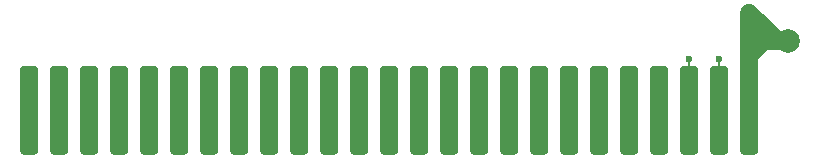
<source format=gbl>
G04 #@! TF.GenerationSoftware,KiCad,Pcbnew,(5.1.2-1)-1*
G04 #@! TF.CreationDate,2019-07-21T10:06:24-04:00*
G04 #@! TF.ProjectId,BUSJUMP,4255534a-554d-4502-9e6b-696361645f70,rev?*
G04 #@! TF.SameCoordinates,Original*
G04 #@! TF.FileFunction,Copper,L2,Bot*
G04 #@! TF.FilePolarity,Positive*
%FSLAX46Y46*%
G04 Gerber Fmt 4.6, Leading zero omitted, Abs format (unit mm)*
G04 Created by KiCad (PCBNEW (5.1.2-1)-1) date 2019-07-21 10:06:24*
%MOMM*%
%LPD*%
G04 APERTURE LIST*
%ADD10C,0.100000*%
%ADD11C,1.524000*%
%ADD12C,2.000000*%
%ADD13C,0.800000*%
%ADD14C,0.600000*%
%ADD15C,1.524000*%
%ADD16C,0.152400*%
G04 APERTURE END LIST*
D10*
G36*
X112178345Y-131613835D02*
G01*
X112215329Y-131619321D01*
X112251598Y-131628406D01*
X112286802Y-131641002D01*
X112320602Y-131656988D01*
X112352672Y-131676210D01*
X112382704Y-131698483D01*
X112410408Y-131723592D01*
X112435517Y-131751296D01*
X112457790Y-131781328D01*
X112477012Y-131813398D01*
X112492998Y-131847198D01*
X112505594Y-131882402D01*
X112514679Y-131918671D01*
X112520165Y-131955655D01*
X112522000Y-131993000D01*
X112522000Y-138771000D01*
X112520165Y-138808345D01*
X112514679Y-138845329D01*
X112505594Y-138881598D01*
X112492998Y-138916802D01*
X112477012Y-138950602D01*
X112457790Y-138982672D01*
X112435517Y-139012704D01*
X112410408Y-139040408D01*
X112382704Y-139065517D01*
X112352672Y-139087790D01*
X112320602Y-139107012D01*
X112286802Y-139122998D01*
X112251598Y-139135594D01*
X112215329Y-139144679D01*
X112178345Y-139150165D01*
X112141000Y-139152000D01*
X111379000Y-139152000D01*
X111341655Y-139150165D01*
X111304671Y-139144679D01*
X111268402Y-139135594D01*
X111233198Y-139122998D01*
X111199398Y-139107012D01*
X111167328Y-139087790D01*
X111137296Y-139065517D01*
X111109592Y-139040408D01*
X111084483Y-139012704D01*
X111062210Y-138982672D01*
X111042988Y-138950602D01*
X111027002Y-138916802D01*
X111014406Y-138881598D01*
X111005321Y-138845329D01*
X110999835Y-138808345D01*
X110998000Y-138771000D01*
X110998000Y-131993000D01*
X110999835Y-131955655D01*
X111005321Y-131918671D01*
X111014406Y-131882402D01*
X111027002Y-131847198D01*
X111042988Y-131813398D01*
X111062210Y-131781328D01*
X111084483Y-131751296D01*
X111109592Y-131723592D01*
X111137296Y-131698483D01*
X111167328Y-131676210D01*
X111199398Y-131656988D01*
X111233198Y-131641002D01*
X111268402Y-131628406D01*
X111304671Y-131619321D01*
X111341655Y-131613835D01*
X111379000Y-131612000D01*
X112141000Y-131612000D01*
X112178345Y-131613835D01*
X112178345Y-131613835D01*
G37*
D11*
X111760000Y-135382000D03*
D10*
G36*
X109638345Y-131613835D02*
G01*
X109675329Y-131619321D01*
X109711598Y-131628406D01*
X109746802Y-131641002D01*
X109780602Y-131656988D01*
X109812672Y-131676210D01*
X109842704Y-131698483D01*
X109870408Y-131723592D01*
X109895517Y-131751296D01*
X109917790Y-131781328D01*
X109937012Y-131813398D01*
X109952998Y-131847198D01*
X109965594Y-131882402D01*
X109974679Y-131918671D01*
X109980165Y-131955655D01*
X109982000Y-131993000D01*
X109982000Y-138771000D01*
X109980165Y-138808345D01*
X109974679Y-138845329D01*
X109965594Y-138881598D01*
X109952998Y-138916802D01*
X109937012Y-138950602D01*
X109917790Y-138982672D01*
X109895517Y-139012704D01*
X109870408Y-139040408D01*
X109842704Y-139065517D01*
X109812672Y-139087790D01*
X109780602Y-139107012D01*
X109746802Y-139122998D01*
X109711598Y-139135594D01*
X109675329Y-139144679D01*
X109638345Y-139150165D01*
X109601000Y-139152000D01*
X108839000Y-139152000D01*
X108801655Y-139150165D01*
X108764671Y-139144679D01*
X108728402Y-139135594D01*
X108693198Y-139122998D01*
X108659398Y-139107012D01*
X108627328Y-139087790D01*
X108597296Y-139065517D01*
X108569592Y-139040408D01*
X108544483Y-139012704D01*
X108522210Y-138982672D01*
X108502988Y-138950602D01*
X108487002Y-138916802D01*
X108474406Y-138881598D01*
X108465321Y-138845329D01*
X108459835Y-138808345D01*
X108458000Y-138771000D01*
X108458000Y-131993000D01*
X108459835Y-131955655D01*
X108465321Y-131918671D01*
X108474406Y-131882402D01*
X108487002Y-131847198D01*
X108502988Y-131813398D01*
X108522210Y-131781328D01*
X108544483Y-131751296D01*
X108569592Y-131723592D01*
X108597296Y-131698483D01*
X108627328Y-131676210D01*
X108659398Y-131656988D01*
X108693198Y-131641002D01*
X108728402Y-131628406D01*
X108764671Y-131619321D01*
X108801655Y-131613835D01*
X108839000Y-131612000D01*
X109601000Y-131612000D01*
X109638345Y-131613835D01*
X109638345Y-131613835D01*
G37*
D11*
X109220000Y-135382000D03*
D10*
G36*
X107098345Y-131613835D02*
G01*
X107135329Y-131619321D01*
X107171598Y-131628406D01*
X107206802Y-131641002D01*
X107240602Y-131656988D01*
X107272672Y-131676210D01*
X107302704Y-131698483D01*
X107330408Y-131723592D01*
X107355517Y-131751296D01*
X107377790Y-131781328D01*
X107397012Y-131813398D01*
X107412998Y-131847198D01*
X107425594Y-131882402D01*
X107434679Y-131918671D01*
X107440165Y-131955655D01*
X107442000Y-131993000D01*
X107442000Y-138771000D01*
X107440165Y-138808345D01*
X107434679Y-138845329D01*
X107425594Y-138881598D01*
X107412998Y-138916802D01*
X107397012Y-138950602D01*
X107377790Y-138982672D01*
X107355517Y-139012704D01*
X107330408Y-139040408D01*
X107302704Y-139065517D01*
X107272672Y-139087790D01*
X107240602Y-139107012D01*
X107206802Y-139122998D01*
X107171598Y-139135594D01*
X107135329Y-139144679D01*
X107098345Y-139150165D01*
X107061000Y-139152000D01*
X106299000Y-139152000D01*
X106261655Y-139150165D01*
X106224671Y-139144679D01*
X106188402Y-139135594D01*
X106153198Y-139122998D01*
X106119398Y-139107012D01*
X106087328Y-139087790D01*
X106057296Y-139065517D01*
X106029592Y-139040408D01*
X106004483Y-139012704D01*
X105982210Y-138982672D01*
X105962988Y-138950602D01*
X105947002Y-138916802D01*
X105934406Y-138881598D01*
X105925321Y-138845329D01*
X105919835Y-138808345D01*
X105918000Y-138771000D01*
X105918000Y-131993000D01*
X105919835Y-131955655D01*
X105925321Y-131918671D01*
X105934406Y-131882402D01*
X105947002Y-131847198D01*
X105962988Y-131813398D01*
X105982210Y-131781328D01*
X106004483Y-131751296D01*
X106029592Y-131723592D01*
X106057296Y-131698483D01*
X106087328Y-131676210D01*
X106119398Y-131656988D01*
X106153198Y-131641002D01*
X106188402Y-131628406D01*
X106224671Y-131619321D01*
X106261655Y-131613835D01*
X106299000Y-131612000D01*
X107061000Y-131612000D01*
X107098345Y-131613835D01*
X107098345Y-131613835D01*
G37*
D11*
X106680000Y-135382000D03*
D10*
G36*
X51218345Y-131613835D02*
G01*
X51255329Y-131619321D01*
X51291598Y-131628406D01*
X51326802Y-131641002D01*
X51360602Y-131656988D01*
X51392672Y-131676210D01*
X51422704Y-131698483D01*
X51450408Y-131723592D01*
X51475517Y-131751296D01*
X51497790Y-131781328D01*
X51517012Y-131813398D01*
X51532998Y-131847198D01*
X51545594Y-131882402D01*
X51554679Y-131918671D01*
X51560165Y-131955655D01*
X51562000Y-131993000D01*
X51562000Y-138771000D01*
X51560165Y-138808345D01*
X51554679Y-138845329D01*
X51545594Y-138881598D01*
X51532998Y-138916802D01*
X51517012Y-138950602D01*
X51497790Y-138982672D01*
X51475517Y-139012704D01*
X51450408Y-139040408D01*
X51422704Y-139065517D01*
X51392672Y-139087790D01*
X51360602Y-139107012D01*
X51326802Y-139122998D01*
X51291598Y-139135594D01*
X51255329Y-139144679D01*
X51218345Y-139150165D01*
X51181000Y-139152000D01*
X50419000Y-139152000D01*
X50381655Y-139150165D01*
X50344671Y-139144679D01*
X50308402Y-139135594D01*
X50273198Y-139122998D01*
X50239398Y-139107012D01*
X50207328Y-139087790D01*
X50177296Y-139065517D01*
X50149592Y-139040408D01*
X50124483Y-139012704D01*
X50102210Y-138982672D01*
X50082988Y-138950602D01*
X50067002Y-138916802D01*
X50054406Y-138881598D01*
X50045321Y-138845329D01*
X50039835Y-138808345D01*
X50038000Y-138771000D01*
X50038000Y-131993000D01*
X50039835Y-131955655D01*
X50045321Y-131918671D01*
X50054406Y-131882402D01*
X50067002Y-131847198D01*
X50082988Y-131813398D01*
X50102210Y-131781328D01*
X50124483Y-131751296D01*
X50149592Y-131723592D01*
X50177296Y-131698483D01*
X50207328Y-131676210D01*
X50239398Y-131656988D01*
X50273198Y-131641002D01*
X50308402Y-131628406D01*
X50344671Y-131619321D01*
X50381655Y-131613835D01*
X50419000Y-131612000D01*
X51181000Y-131612000D01*
X51218345Y-131613835D01*
X51218345Y-131613835D01*
G37*
D11*
X50800000Y-135382000D03*
D10*
G36*
X53758345Y-131613835D02*
G01*
X53795329Y-131619321D01*
X53831598Y-131628406D01*
X53866802Y-131641002D01*
X53900602Y-131656988D01*
X53932672Y-131676210D01*
X53962704Y-131698483D01*
X53990408Y-131723592D01*
X54015517Y-131751296D01*
X54037790Y-131781328D01*
X54057012Y-131813398D01*
X54072998Y-131847198D01*
X54085594Y-131882402D01*
X54094679Y-131918671D01*
X54100165Y-131955655D01*
X54102000Y-131993000D01*
X54102000Y-138771000D01*
X54100165Y-138808345D01*
X54094679Y-138845329D01*
X54085594Y-138881598D01*
X54072998Y-138916802D01*
X54057012Y-138950602D01*
X54037790Y-138982672D01*
X54015517Y-139012704D01*
X53990408Y-139040408D01*
X53962704Y-139065517D01*
X53932672Y-139087790D01*
X53900602Y-139107012D01*
X53866802Y-139122998D01*
X53831598Y-139135594D01*
X53795329Y-139144679D01*
X53758345Y-139150165D01*
X53721000Y-139152000D01*
X52959000Y-139152000D01*
X52921655Y-139150165D01*
X52884671Y-139144679D01*
X52848402Y-139135594D01*
X52813198Y-139122998D01*
X52779398Y-139107012D01*
X52747328Y-139087790D01*
X52717296Y-139065517D01*
X52689592Y-139040408D01*
X52664483Y-139012704D01*
X52642210Y-138982672D01*
X52622988Y-138950602D01*
X52607002Y-138916802D01*
X52594406Y-138881598D01*
X52585321Y-138845329D01*
X52579835Y-138808345D01*
X52578000Y-138771000D01*
X52578000Y-131993000D01*
X52579835Y-131955655D01*
X52585321Y-131918671D01*
X52594406Y-131882402D01*
X52607002Y-131847198D01*
X52622988Y-131813398D01*
X52642210Y-131781328D01*
X52664483Y-131751296D01*
X52689592Y-131723592D01*
X52717296Y-131698483D01*
X52747328Y-131676210D01*
X52779398Y-131656988D01*
X52813198Y-131641002D01*
X52848402Y-131628406D01*
X52884671Y-131619321D01*
X52921655Y-131613835D01*
X52959000Y-131612000D01*
X53721000Y-131612000D01*
X53758345Y-131613835D01*
X53758345Y-131613835D01*
G37*
D11*
X53340000Y-135382000D03*
D10*
G36*
X56298345Y-131613835D02*
G01*
X56335329Y-131619321D01*
X56371598Y-131628406D01*
X56406802Y-131641002D01*
X56440602Y-131656988D01*
X56472672Y-131676210D01*
X56502704Y-131698483D01*
X56530408Y-131723592D01*
X56555517Y-131751296D01*
X56577790Y-131781328D01*
X56597012Y-131813398D01*
X56612998Y-131847198D01*
X56625594Y-131882402D01*
X56634679Y-131918671D01*
X56640165Y-131955655D01*
X56642000Y-131993000D01*
X56642000Y-138771000D01*
X56640165Y-138808345D01*
X56634679Y-138845329D01*
X56625594Y-138881598D01*
X56612998Y-138916802D01*
X56597012Y-138950602D01*
X56577790Y-138982672D01*
X56555517Y-139012704D01*
X56530408Y-139040408D01*
X56502704Y-139065517D01*
X56472672Y-139087790D01*
X56440602Y-139107012D01*
X56406802Y-139122998D01*
X56371598Y-139135594D01*
X56335329Y-139144679D01*
X56298345Y-139150165D01*
X56261000Y-139152000D01*
X55499000Y-139152000D01*
X55461655Y-139150165D01*
X55424671Y-139144679D01*
X55388402Y-139135594D01*
X55353198Y-139122998D01*
X55319398Y-139107012D01*
X55287328Y-139087790D01*
X55257296Y-139065517D01*
X55229592Y-139040408D01*
X55204483Y-139012704D01*
X55182210Y-138982672D01*
X55162988Y-138950602D01*
X55147002Y-138916802D01*
X55134406Y-138881598D01*
X55125321Y-138845329D01*
X55119835Y-138808345D01*
X55118000Y-138771000D01*
X55118000Y-131993000D01*
X55119835Y-131955655D01*
X55125321Y-131918671D01*
X55134406Y-131882402D01*
X55147002Y-131847198D01*
X55162988Y-131813398D01*
X55182210Y-131781328D01*
X55204483Y-131751296D01*
X55229592Y-131723592D01*
X55257296Y-131698483D01*
X55287328Y-131676210D01*
X55319398Y-131656988D01*
X55353198Y-131641002D01*
X55388402Y-131628406D01*
X55424671Y-131619321D01*
X55461655Y-131613835D01*
X55499000Y-131612000D01*
X56261000Y-131612000D01*
X56298345Y-131613835D01*
X56298345Y-131613835D01*
G37*
D11*
X55880000Y-135382000D03*
D10*
G36*
X58838345Y-131613835D02*
G01*
X58875329Y-131619321D01*
X58911598Y-131628406D01*
X58946802Y-131641002D01*
X58980602Y-131656988D01*
X59012672Y-131676210D01*
X59042704Y-131698483D01*
X59070408Y-131723592D01*
X59095517Y-131751296D01*
X59117790Y-131781328D01*
X59137012Y-131813398D01*
X59152998Y-131847198D01*
X59165594Y-131882402D01*
X59174679Y-131918671D01*
X59180165Y-131955655D01*
X59182000Y-131993000D01*
X59182000Y-138771000D01*
X59180165Y-138808345D01*
X59174679Y-138845329D01*
X59165594Y-138881598D01*
X59152998Y-138916802D01*
X59137012Y-138950602D01*
X59117790Y-138982672D01*
X59095517Y-139012704D01*
X59070408Y-139040408D01*
X59042704Y-139065517D01*
X59012672Y-139087790D01*
X58980602Y-139107012D01*
X58946802Y-139122998D01*
X58911598Y-139135594D01*
X58875329Y-139144679D01*
X58838345Y-139150165D01*
X58801000Y-139152000D01*
X58039000Y-139152000D01*
X58001655Y-139150165D01*
X57964671Y-139144679D01*
X57928402Y-139135594D01*
X57893198Y-139122998D01*
X57859398Y-139107012D01*
X57827328Y-139087790D01*
X57797296Y-139065517D01*
X57769592Y-139040408D01*
X57744483Y-139012704D01*
X57722210Y-138982672D01*
X57702988Y-138950602D01*
X57687002Y-138916802D01*
X57674406Y-138881598D01*
X57665321Y-138845329D01*
X57659835Y-138808345D01*
X57658000Y-138771000D01*
X57658000Y-131993000D01*
X57659835Y-131955655D01*
X57665321Y-131918671D01*
X57674406Y-131882402D01*
X57687002Y-131847198D01*
X57702988Y-131813398D01*
X57722210Y-131781328D01*
X57744483Y-131751296D01*
X57769592Y-131723592D01*
X57797296Y-131698483D01*
X57827328Y-131676210D01*
X57859398Y-131656988D01*
X57893198Y-131641002D01*
X57928402Y-131628406D01*
X57964671Y-131619321D01*
X58001655Y-131613835D01*
X58039000Y-131612000D01*
X58801000Y-131612000D01*
X58838345Y-131613835D01*
X58838345Y-131613835D01*
G37*
D11*
X58420000Y-135382000D03*
D10*
G36*
X61378345Y-131613835D02*
G01*
X61415329Y-131619321D01*
X61451598Y-131628406D01*
X61486802Y-131641002D01*
X61520602Y-131656988D01*
X61552672Y-131676210D01*
X61582704Y-131698483D01*
X61610408Y-131723592D01*
X61635517Y-131751296D01*
X61657790Y-131781328D01*
X61677012Y-131813398D01*
X61692998Y-131847198D01*
X61705594Y-131882402D01*
X61714679Y-131918671D01*
X61720165Y-131955655D01*
X61722000Y-131993000D01*
X61722000Y-138771000D01*
X61720165Y-138808345D01*
X61714679Y-138845329D01*
X61705594Y-138881598D01*
X61692998Y-138916802D01*
X61677012Y-138950602D01*
X61657790Y-138982672D01*
X61635517Y-139012704D01*
X61610408Y-139040408D01*
X61582704Y-139065517D01*
X61552672Y-139087790D01*
X61520602Y-139107012D01*
X61486802Y-139122998D01*
X61451598Y-139135594D01*
X61415329Y-139144679D01*
X61378345Y-139150165D01*
X61341000Y-139152000D01*
X60579000Y-139152000D01*
X60541655Y-139150165D01*
X60504671Y-139144679D01*
X60468402Y-139135594D01*
X60433198Y-139122998D01*
X60399398Y-139107012D01*
X60367328Y-139087790D01*
X60337296Y-139065517D01*
X60309592Y-139040408D01*
X60284483Y-139012704D01*
X60262210Y-138982672D01*
X60242988Y-138950602D01*
X60227002Y-138916802D01*
X60214406Y-138881598D01*
X60205321Y-138845329D01*
X60199835Y-138808345D01*
X60198000Y-138771000D01*
X60198000Y-131993000D01*
X60199835Y-131955655D01*
X60205321Y-131918671D01*
X60214406Y-131882402D01*
X60227002Y-131847198D01*
X60242988Y-131813398D01*
X60262210Y-131781328D01*
X60284483Y-131751296D01*
X60309592Y-131723592D01*
X60337296Y-131698483D01*
X60367328Y-131676210D01*
X60399398Y-131656988D01*
X60433198Y-131641002D01*
X60468402Y-131628406D01*
X60504671Y-131619321D01*
X60541655Y-131613835D01*
X60579000Y-131612000D01*
X61341000Y-131612000D01*
X61378345Y-131613835D01*
X61378345Y-131613835D01*
G37*
D11*
X60960000Y-135382000D03*
D10*
G36*
X63918345Y-131613835D02*
G01*
X63955329Y-131619321D01*
X63991598Y-131628406D01*
X64026802Y-131641002D01*
X64060602Y-131656988D01*
X64092672Y-131676210D01*
X64122704Y-131698483D01*
X64150408Y-131723592D01*
X64175517Y-131751296D01*
X64197790Y-131781328D01*
X64217012Y-131813398D01*
X64232998Y-131847198D01*
X64245594Y-131882402D01*
X64254679Y-131918671D01*
X64260165Y-131955655D01*
X64262000Y-131993000D01*
X64262000Y-138771000D01*
X64260165Y-138808345D01*
X64254679Y-138845329D01*
X64245594Y-138881598D01*
X64232998Y-138916802D01*
X64217012Y-138950602D01*
X64197790Y-138982672D01*
X64175517Y-139012704D01*
X64150408Y-139040408D01*
X64122704Y-139065517D01*
X64092672Y-139087790D01*
X64060602Y-139107012D01*
X64026802Y-139122998D01*
X63991598Y-139135594D01*
X63955329Y-139144679D01*
X63918345Y-139150165D01*
X63881000Y-139152000D01*
X63119000Y-139152000D01*
X63081655Y-139150165D01*
X63044671Y-139144679D01*
X63008402Y-139135594D01*
X62973198Y-139122998D01*
X62939398Y-139107012D01*
X62907328Y-139087790D01*
X62877296Y-139065517D01*
X62849592Y-139040408D01*
X62824483Y-139012704D01*
X62802210Y-138982672D01*
X62782988Y-138950602D01*
X62767002Y-138916802D01*
X62754406Y-138881598D01*
X62745321Y-138845329D01*
X62739835Y-138808345D01*
X62738000Y-138771000D01*
X62738000Y-131993000D01*
X62739835Y-131955655D01*
X62745321Y-131918671D01*
X62754406Y-131882402D01*
X62767002Y-131847198D01*
X62782988Y-131813398D01*
X62802210Y-131781328D01*
X62824483Y-131751296D01*
X62849592Y-131723592D01*
X62877296Y-131698483D01*
X62907328Y-131676210D01*
X62939398Y-131656988D01*
X62973198Y-131641002D01*
X63008402Y-131628406D01*
X63044671Y-131619321D01*
X63081655Y-131613835D01*
X63119000Y-131612000D01*
X63881000Y-131612000D01*
X63918345Y-131613835D01*
X63918345Y-131613835D01*
G37*
D11*
X63500000Y-135382000D03*
D10*
G36*
X66458345Y-131613835D02*
G01*
X66495329Y-131619321D01*
X66531598Y-131628406D01*
X66566802Y-131641002D01*
X66600602Y-131656988D01*
X66632672Y-131676210D01*
X66662704Y-131698483D01*
X66690408Y-131723592D01*
X66715517Y-131751296D01*
X66737790Y-131781328D01*
X66757012Y-131813398D01*
X66772998Y-131847198D01*
X66785594Y-131882402D01*
X66794679Y-131918671D01*
X66800165Y-131955655D01*
X66802000Y-131993000D01*
X66802000Y-138771000D01*
X66800165Y-138808345D01*
X66794679Y-138845329D01*
X66785594Y-138881598D01*
X66772998Y-138916802D01*
X66757012Y-138950602D01*
X66737790Y-138982672D01*
X66715517Y-139012704D01*
X66690408Y-139040408D01*
X66662704Y-139065517D01*
X66632672Y-139087790D01*
X66600602Y-139107012D01*
X66566802Y-139122998D01*
X66531598Y-139135594D01*
X66495329Y-139144679D01*
X66458345Y-139150165D01*
X66421000Y-139152000D01*
X65659000Y-139152000D01*
X65621655Y-139150165D01*
X65584671Y-139144679D01*
X65548402Y-139135594D01*
X65513198Y-139122998D01*
X65479398Y-139107012D01*
X65447328Y-139087790D01*
X65417296Y-139065517D01*
X65389592Y-139040408D01*
X65364483Y-139012704D01*
X65342210Y-138982672D01*
X65322988Y-138950602D01*
X65307002Y-138916802D01*
X65294406Y-138881598D01*
X65285321Y-138845329D01*
X65279835Y-138808345D01*
X65278000Y-138771000D01*
X65278000Y-131993000D01*
X65279835Y-131955655D01*
X65285321Y-131918671D01*
X65294406Y-131882402D01*
X65307002Y-131847198D01*
X65322988Y-131813398D01*
X65342210Y-131781328D01*
X65364483Y-131751296D01*
X65389592Y-131723592D01*
X65417296Y-131698483D01*
X65447328Y-131676210D01*
X65479398Y-131656988D01*
X65513198Y-131641002D01*
X65548402Y-131628406D01*
X65584671Y-131619321D01*
X65621655Y-131613835D01*
X65659000Y-131612000D01*
X66421000Y-131612000D01*
X66458345Y-131613835D01*
X66458345Y-131613835D01*
G37*
D11*
X66040000Y-135382000D03*
D10*
G36*
X68998345Y-131613835D02*
G01*
X69035329Y-131619321D01*
X69071598Y-131628406D01*
X69106802Y-131641002D01*
X69140602Y-131656988D01*
X69172672Y-131676210D01*
X69202704Y-131698483D01*
X69230408Y-131723592D01*
X69255517Y-131751296D01*
X69277790Y-131781328D01*
X69297012Y-131813398D01*
X69312998Y-131847198D01*
X69325594Y-131882402D01*
X69334679Y-131918671D01*
X69340165Y-131955655D01*
X69342000Y-131993000D01*
X69342000Y-138771000D01*
X69340165Y-138808345D01*
X69334679Y-138845329D01*
X69325594Y-138881598D01*
X69312998Y-138916802D01*
X69297012Y-138950602D01*
X69277790Y-138982672D01*
X69255517Y-139012704D01*
X69230408Y-139040408D01*
X69202704Y-139065517D01*
X69172672Y-139087790D01*
X69140602Y-139107012D01*
X69106802Y-139122998D01*
X69071598Y-139135594D01*
X69035329Y-139144679D01*
X68998345Y-139150165D01*
X68961000Y-139152000D01*
X68199000Y-139152000D01*
X68161655Y-139150165D01*
X68124671Y-139144679D01*
X68088402Y-139135594D01*
X68053198Y-139122998D01*
X68019398Y-139107012D01*
X67987328Y-139087790D01*
X67957296Y-139065517D01*
X67929592Y-139040408D01*
X67904483Y-139012704D01*
X67882210Y-138982672D01*
X67862988Y-138950602D01*
X67847002Y-138916802D01*
X67834406Y-138881598D01*
X67825321Y-138845329D01*
X67819835Y-138808345D01*
X67818000Y-138771000D01*
X67818000Y-131993000D01*
X67819835Y-131955655D01*
X67825321Y-131918671D01*
X67834406Y-131882402D01*
X67847002Y-131847198D01*
X67862988Y-131813398D01*
X67882210Y-131781328D01*
X67904483Y-131751296D01*
X67929592Y-131723592D01*
X67957296Y-131698483D01*
X67987328Y-131676210D01*
X68019398Y-131656988D01*
X68053198Y-131641002D01*
X68088402Y-131628406D01*
X68124671Y-131619321D01*
X68161655Y-131613835D01*
X68199000Y-131612000D01*
X68961000Y-131612000D01*
X68998345Y-131613835D01*
X68998345Y-131613835D01*
G37*
D11*
X68580000Y-135382000D03*
D10*
G36*
X71538345Y-131613835D02*
G01*
X71575329Y-131619321D01*
X71611598Y-131628406D01*
X71646802Y-131641002D01*
X71680602Y-131656988D01*
X71712672Y-131676210D01*
X71742704Y-131698483D01*
X71770408Y-131723592D01*
X71795517Y-131751296D01*
X71817790Y-131781328D01*
X71837012Y-131813398D01*
X71852998Y-131847198D01*
X71865594Y-131882402D01*
X71874679Y-131918671D01*
X71880165Y-131955655D01*
X71882000Y-131993000D01*
X71882000Y-138771000D01*
X71880165Y-138808345D01*
X71874679Y-138845329D01*
X71865594Y-138881598D01*
X71852998Y-138916802D01*
X71837012Y-138950602D01*
X71817790Y-138982672D01*
X71795517Y-139012704D01*
X71770408Y-139040408D01*
X71742704Y-139065517D01*
X71712672Y-139087790D01*
X71680602Y-139107012D01*
X71646802Y-139122998D01*
X71611598Y-139135594D01*
X71575329Y-139144679D01*
X71538345Y-139150165D01*
X71501000Y-139152000D01*
X70739000Y-139152000D01*
X70701655Y-139150165D01*
X70664671Y-139144679D01*
X70628402Y-139135594D01*
X70593198Y-139122998D01*
X70559398Y-139107012D01*
X70527328Y-139087790D01*
X70497296Y-139065517D01*
X70469592Y-139040408D01*
X70444483Y-139012704D01*
X70422210Y-138982672D01*
X70402988Y-138950602D01*
X70387002Y-138916802D01*
X70374406Y-138881598D01*
X70365321Y-138845329D01*
X70359835Y-138808345D01*
X70358000Y-138771000D01*
X70358000Y-131993000D01*
X70359835Y-131955655D01*
X70365321Y-131918671D01*
X70374406Y-131882402D01*
X70387002Y-131847198D01*
X70402988Y-131813398D01*
X70422210Y-131781328D01*
X70444483Y-131751296D01*
X70469592Y-131723592D01*
X70497296Y-131698483D01*
X70527328Y-131676210D01*
X70559398Y-131656988D01*
X70593198Y-131641002D01*
X70628402Y-131628406D01*
X70664671Y-131619321D01*
X70701655Y-131613835D01*
X70739000Y-131612000D01*
X71501000Y-131612000D01*
X71538345Y-131613835D01*
X71538345Y-131613835D01*
G37*
D11*
X71120000Y-135382000D03*
D10*
G36*
X74078345Y-131613835D02*
G01*
X74115329Y-131619321D01*
X74151598Y-131628406D01*
X74186802Y-131641002D01*
X74220602Y-131656988D01*
X74252672Y-131676210D01*
X74282704Y-131698483D01*
X74310408Y-131723592D01*
X74335517Y-131751296D01*
X74357790Y-131781328D01*
X74377012Y-131813398D01*
X74392998Y-131847198D01*
X74405594Y-131882402D01*
X74414679Y-131918671D01*
X74420165Y-131955655D01*
X74422000Y-131993000D01*
X74422000Y-138771000D01*
X74420165Y-138808345D01*
X74414679Y-138845329D01*
X74405594Y-138881598D01*
X74392998Y-138916802D01*
X74377012Y-138950602D01*
X74357790Y-138982672D01*
X74335517Y-139012704D01*
X74310408Y-139040408D01*
X74282704Y-139065517D01*
X74252672Y-139087790D01*
X74220602Y-139107012D01*
X74186802Y-139122998D01*
X74151598Y-139135594D01*
X74115329Y-139144679D01*
X74078345Y-139150165D01*
X74041000Y-139152000D01*
X73279000Y-139152000D01*
X73241655Y-139150165D01*
X73204671Y-139144679D01*
X73168402Y-139135594D01*
X73133198Y-139122998D01*
X73099398Y-139107012D01*
X73067328Y-139087790D01*
X73037296Y-139065517D01*
X73009592Y-139040408D01*
X72984483Y-139012704D01*
X72962210Y-138982672D01*
X72942988Y-138950602D01*
X72927002Y-138916802D01*
X72914406Y-138881598D01*
X72905321Y-138845329D01*
X72899835Y-138808345D01*
X72898000Y-138771000D01*
X72898000Y-131993000D01*
X72899835Y-131955655D01*
X72905321Y-131918671D01*
X72914406Y-131882402D01*
X72927002Y-131847198D01*
X72942988Y-131813398D01*
X72962210Y-131781328D01*
X72984483Y-131751296D01*
X73009592Y-131723592D01*
X73037296Y-131698483D01*
X73067328Y-131676210D01*
X73099398Y-131656988D01*
X73133198Y-131641002D01*
X73168402Y-131628406D01*
X73204671Y-131619321D01*
X73241655Y-131613835D01*
X73279000Y-131612000D01*
X74041000Y-131612000D01*
X74078345Y-131613835D01*
X74078345Y-131613835D01*
G37*
D11*
X73660000Y-135382000D03*
D10*
G36*
X76618345Y-131613835D02*
G01*
X76655329Y-131619321D01*
X76691598Y-131628406D01*
X76726802Y-131641002D01*
X76760602Y-131656988D01*
X76792672Y-131676210D01*
X76822704Y-131698483D01*
X76850408Y-131723592D01*
X76875517Y-131751296D01*
X76897790Y-131781328D01*
X76917012Y-131813398D01*
X76932998Y-131847198D01*
X76945594Y-131882402D01*
X76954679Y-131918671D01*
X76960165Y-131955655D01*
X76962000Y-131993000D01*
X76962000Y-138771000D01*
X76960165Y-138808345D01*
X76954679Y-138845329D01*
X76945594Y-138881598D01*
X76932998Y-138916802D01*
X76917012Y-138950602D01*
X76897790Y-138982672D01*
X76875517Y-139012704D01*
X76850408Y-139040408D01*
X76822704Y-139065517D01*
X76792672Y-139087790D01*
X76760602Y-139107012D01*
X76726802Y-139122998D01*
X76691598Y-139135594D01*
X76655329Y-139144679D01*
X76618345Y-139150165D01*
X76581000Y-139152000D01*
X75819000Y-139152000D01*
X75781655Y-139150165D01*
X75744671Y-139144679D01*
X75708402Y-139135594D01*
X75673198Y-139122998D01*
X75639398Y-139107012D01*
X75607328Y-139087790D01*
X75577296Y-139065517D01*
X75549592Y-139040408D01*
X75524483Y-139012704D01*
X75502210Y-138982672D01*
X75482988Y-138950602D01*
X75467002Y-138916802D01*
X75454406Y-138881598D01*
X75445321Y-138845329D01*
X75439835Y-138808345D01*
X75438000Y-138771000D01*
X75438000Y-131993000D01*
X75439835Y-131955655D01*
X75445321Y-131918671D01*
X75454406Y-131882402D01*
X75467002Y-131847198D01*
X75482988Y-131813398D01*
X75502210Y-131781328D01*
X75524483Y-131751296D01*
X75549592Y-131723592D01*
X75577296Y-131698483D01*
X75607328Y-131676210D01*
X75639398Y-131656988D01*
X75673198Y-131641002D01*
X75708402Y-131628406D01*
X75744671Y-131619321D01*
X75781655Y-131613835D01*
X75819000Y-131612000D01*
X76581000Y-131612000D01*
X76618345Y-131613835D01*
X76618345Y-131613835D01*
G37*
D11*
X76200000Y-135382000D03*
D10*
G36*
X79158345Y-131613835D02*
G01*
X79195329Y-131619321D01*
X79231598Y-131628406D01*
X79266802Y-131641002D01*
X79300602Y-131656988D01*
X79332672Y-131676210D01*
X79362704Y-131698483D01*
X79390408Y-131723592D01*
X79415517Y-131751296D01*
X79437790Y-131781328D01*
X79457012Y-131813398D01*
X79472998Y-131847198D01*
X79485594Y-131882402D01*
X79494679Y-131918671D01*
X79500165Y-131955655D01*
X79502000Y-131993000D01*
X79502000Y-138771000D01*
X79500165Y-138808345D01*
X79494679Y-138845329D01*
X79485594Y-138881598D01*
X79472998Y-138916802D01*
X79457012Y-138950602D01*
X79437790Y-138982672D01*
X79415517Y-139012704D01*
X79390408Y-139040408D01*
X79362704Y-139065517D01*
X79332672Y-139087790D01*
X79300602Y-139107012D01*
X79266802Y-139122998D01*
X79231598Y-139135594D01*
X79195329Y-139144679D01*
X79158345Y-139150165D01*
X79121000Y-139152000D01*
X78359000Y-139152000D01*
X78321655Y-139150165D01*
X78284671Y-139144679D01*
X78248402Y-139135594D01*
X78213198Y-139122998D01*
X78179398Y-139107012D01*
X78147328Y-139087790D01*
X78117296Y-139065517D01*
X78089592Y-139040408D01*
X78064483Y-139012704D01*
X78042210Y-138982672D01*
X78022988Y-138950602D01*
X78007002Y-138916802D01*
X77994406Y-138881598D01*
X77985321Y-138845329D01*
X77979835Y-138808345D01*
X77978000Y-138771000D01*
X77978000Y-131993000D01*
X77979835Y-131955655D01*
X77985321Y-131918671D01*
X77994406Y-131882402D01*
X78007002Y-131847198D01*
X78022988Y-131813398D01*
X78042210Y-131781328D01*
X78064483Y-131751296D01*
X78089592Y-131723592D01*
X78117296Y-131698483D01*
X78147328Y-131676210D01*
X78179398Y-131656988D01*
X78213198Y-131641002D01*
X78248402Y-131628406D01*
X78284671Y-131619321D01*
X78321655Y-131613835D01*
X78359000Y-131612000D01*
X79121000Y-131612000D01*
X79158345Y-131613835D01*
X79158345Y-131613835D01*
G37*
D11*
X78740000Y-135382000D03*
D10*
G36*
X81698345Y-131613835D02*
G01*
X81735329Y-131619321D01*
X81771598Y-131628406D01*
X81806802Y-131641002D01*
X81840602Y-131656988D01*
X81872672Y-131676210D01*
X81902704Y-131698483D01*
X81930408Y-131723592D01*
X81955517Y-131751296D01*
X81977790Y-131781328D01*
X81997012Y-131813398D01*
X82012998Y-131847198D01*
X82025594Y-131882402D01*
X82034679Y-131918671D01*
X82040165Y-131955655D01*
X82042000Y-131993000D01*
X82042000Y-138771000D01*
X82040165Y-138808345D01*
X82034679Y-138845329D01*
X82025594Y-138881598D01*
X82012998Y-138916802D01*
X81997012Y-138950602D01*
X81977790Y-138982672D01*
X81955517Y-139012704D01*
X81930408Y-139040408D01*
X81902704Y-139065517D01*
X81872672Y-139087790D01*
X81840602Y-139107012D01*
X81806802Y-139122998D01*
X81771598Y-139135594D01*
X81735329Y-139144679D01*
X81698345Y-139150165D01*
X81661000Y-139152000D01*
X80899000Y-139152000D01*
X80861655Y-139150165D01*
X80824671Y-139144679D01*
X80788402Y-139135594D01*
X80753198Y-139122998D01*
X80719398Y-139107012D01*
X80687328Y-139087790D01*
X80657296Y-139065517D01*
X80629592Y-139040408D01*
X80604483Y-139012704D01*
X80582210Y-138982672D01*
X80562988Y-138950602D01*
X80547002Y-138916802D01*
X80534406Y-138881598D01*
X80525321Y-138845329D01*
X80519835Y-138808345D01*
X80518000Y-138771000D01*
X80518000Y-131993000D01*
X80519835Y-131955655D01*
X80525321Y-131918671D01*
X80534406Y-131882402D01*
X80547002Y-131847198D01*
X80562988Y-131813398D01*
X80582210Y-131781328D01*
X80604483Y-131751296D01*
X80629592Y-131723592D01*
X80657296Y-131698483D01*
X80687328Y-131676210D01*
X80719398Y-131656988D01*
X80753198Y-131641002D01*
X80788402Y-131628406D01*
X80824671Y-131619321D01*
X80861655Y-131613835D01*
X80899000Y-131612000D01*
X81661000Y-131612000D01*
X81698345Y-131613835D01*
X81698345Y-131613835D01*
G37*
D11*
X81280000Y-135382000D03*
D10*
G36*
X84238345Y-131613835D02*
G01*
X84275329Y-131619321D01*
X84311598Y-131628406D01*
X84346802Y-131641002D01*
X84380602Y-131656988D01*
X84412672Y-131676210D01*
X84442704Y-131698483D01*
X84470408Y-131723592D01*
X84495517Y-131751296D01*
X84517790Y-131781328D01*
X84537012Y-131813398D01*
X84552998Y-131847198D01*
X84565594Y-131882402D01*
X84574679Y-131918671D01*
X84580165Y-131955655D01*
X84582000Y-131993000D01*
X84582000Y-138771000D01*
X84580165Y-138808345D01*
X84574679Y-138845329D01*
X84565594Y-138881598D01*
X84552998Y-138916802D01*
X84537012Y-138950602D01*
X84517790Y-138982672D01*
X84495517Y-139012704D01*
X84470408Y-139040408D01*
X84442704Y-139065517D01*
X84412672Y-139087790D01*
X84380602Y-139107012D01*
X84346802Y-139122998D01*
X84311598Y-139135594D01*
X84275329Y-139144679D01*
X84238345Y-139150165D01*
X84201000Y-139152000D01*
X83439000Y-139152000D01*
X83401655Y-139150165D01*
X83364671Y-139144679D01*
X83328402Y-139135594D01*
X83293198Y-139122998D01*
X83259398Y-139107012D01*
X83227328Y-139087790D01*
X83197296Y-139065517D01*
X83169592Y-139040408D01*
X83144483Y-139012704D01*
X83122210Y-138982672D01*
X83102988Y-138950602D01*
X83087002Y-138916802D01*
X83074406Y-138881598D01*
X83065321Y-138845329D01*
X83059835Y-138808345D01*
X83058000Y-138771000D01*
X83058000Y-131993000D01*
X83059835Y-131955655D01*
X83065321Y-131918671D01*
X83074406Y-131882402D01*
X83087002Y-131847198D01*
X83102988Y-131813398D01*
X83122210Y-131781328D01*
X83144483Y-131751296D01*
X83169592Y-131723592D01*
X83197296Y-131698483D01*
X83227328Y-131676210D01*
X83259398Y-131656988D01*
X83293198Y-131641002D01*
X83328402Y-131628406D01*
X83364671Y-131619321D01*
X83401655Y-131613835D01*
X83439000Y-131612000D01*
X84201000Y-131612000D01*
X84238345Y-131613835D01*
X84238345Y-131613835D01*
G37*
D11*
X83820000Y-135382000D03*
D10*
G36*
X86778345Y-131613835D02*
G01*
X86815329Y-131619321D01*
X86851598Y-131628406D01*
X86886802Y-131641002D01*
X86920602Y-131656988D01*
X86952672Y-131676210D01*
X86982704Y-131698483D01*
X87010408Y-131723592D01*
X87035517Y-131751296D01*
X87057790Y-131781328D01*
X87077012Y-131813398D01*
X87092998Y-131847198D01*
X87105594Y-131882402D01*
X87114679Y-131918671D01*
X87120165Y-131955655D01*
X87122000Y-131993000D01*
X87122000Y-138771000D01*
X87120165Y-138808345D01*
X87114679Y-138845329D01*
X87105594Y-138881598D01*
X87092998Y-138916802D01*
X87077012Y-138950602D01*
X87057790Y-138982672D01*
X87035517Y-139012704D01*
X87010408Y-139040408D01*
X86982704Y-139065517D01*
X86952672Y-139087790D01*
X86920602Y-139107012D01*
X86886802Y-139122998D01*
X86851598Y-139135594D01*
X86815329Y-139144679D01*
X86778345Y-139150165D01*
X86741000Y-139152000D01*
X85979000Y-139152000D01*
X85941655Y-139150165D01*
X85904671Y-139144679D01*
X85868402Y-139135594D01*
X85833198Y-139122998D01*
X85799398Y-139107012D01*
X85767328Y-139087790D01*
X85737296Y-139065517D01*
X85709592Y-139040408D01*
X85684483Y-139012704D01*
X85662210Y-138982672D01*
X85642988Y-138950602D01*
X85627002Y-138916802D01*
X85614406Y-138881598D01*
X85605321Y-138845329D01*
X85599835Y-138808345D01*
X85598000Y-138771000D01*
X85598000Y-131993000D01*
X85599835Y-131955655D01*
X85605321Y-131918671D01*
X85614406Y-131882402D01*
X85627002Y-131847198D01*
X85642988Y-131813398D01*
X85662210Y-131781328D01*
X85684483Y-131751296D01*
X85709592Y-131723592D01*
X85737296Y-131698483D01*
X85767328Y-131676210D01*
X85799398Y-131656988D01*
X85833198Y-131641002D01*
X85868402Y-131628406D01*
X85904671Y-131619321D01*
X85941655Y-131613835D01*
X85979000Y-131612000D01*
X86741000Y-131612000D01*
X86778345Y-131613835D01*
X86778345Y-131613835D01*
G37*
D11*
X86360000Y-135382000D03*
D10*
G36*
X89318345Y-131613835D02*
G01*
X89355329Y-131619321D01*
X89391598Y-131628406D01*
X89426802Y-131641002D01*
X89460602Y-131656988D01*
X89492672Y-131676210D01*
X89522704Y-131698483D01*
X89550408Y-131723592D01*
X89575517Y-131751296D01*
X89597790Y-131781328D01*
X89617012Y-131813398D01*
X89632998Y-131847198D01*
X89645594Y-131882402D01*
X89654679Y-131918671D01*
X89660165Y-131955655D01*
X89662000Y-131993000D01*
X89662000Y-138771000D01*
X89660165Y-138808345D01*
X89654679Y-138845329D01*
X89645594Y-138881598D01*
X89632998Y-138916802D01*
X89617012Y-138950602D01*
X89597790Y-138982672D01*
X89575517Y-139012704D01*
X89550408Y-139040408D01*
X89522704Y-139065517D01*
X89492672Y-139087790D01*
X89460602Y-139107012D01*
X89426802Y-139122998D01*
X89391598Y-139135594D01*
X89355329Y-139144679D01*
X89318345Y-139150165D01*
X89281000Y-139152000D01*
X88519000Y-139152000D01*
X88481655Y-139150165D01*
X88444671Y-139144679D01*
X88408402Y-139135594D01*
X88373198Y-139122998D01*
X88339398Y-139107012D01*
X88307328Y-139087790D01*
X88277296Y-139065517D01*
X88249592Y-139040408D01*
X88224483Y-139012704D01*
X88202210Y-138982672D01*
X88182988Y-138950602D01*
X88167002Y-138916802D01*
X88154406Y-138881598D01*
X88145321Y-138845329D01*
X88139835Y-138808345D01*
X88138000Y-138771000D01*
X88138000Y-131993000D01*
X88139835Y-131955655D01*
X88145321Y-131918671D01*
X88154406Y-131882402D01*
X88167002Y-131847198D01*
X88182988Y-131813398D01*
X88202210Y-131781328D01*
X88224483Y-131751296D01*
X88249592Y-131723592D01*
X88277296Y-131698483D01*
X88307328Y-131676210D01*
X88339398Y-131656988D01*
X88373198Y-131641002D01*
X88408402Y-131628406D01*
X88444671Y-131619321D01*
X88481655Y-131613835D01*
X88519000Y-131612000D01*
X89281000Y-131612000D01*
X89318345Y-131613835D01*
X89318345Y-131613835D01*
G37*
D11*
X88900000Y-135382000D03*
D10*
G36*
X91858345Y-131613835D02*
G01*
X91895329Y-131619321D01*
X91931598Y-131628406D01*
X91966802Y-131641002D01*
X92000602Y-131656988D01*
X92032672Y-131676210D01*
X92062704Y-131698483D01*
X92090408Y-131723592D01*
X92115517Y-131751296D01*
X92137790Y-131781328D01*
X92157012Y-131813398D01*
X92172998Y-131847198D01*
X92185594Y-131882402D01*
X92194679Y-131918671D01*
X92200165Y-131955655D01*
X92202000Y-131993000D01*
X92202000Y-138771000D01*
X92200165Y-138808345D01*
X92194679Y-138845329D01*
X92185594Y-138881598D01*
X92172998Y-138916802D01*
X92157012Y-138950602D01*
X92137790Y-138982672D01*
X92115517Y-139012704D01*
X92090408Y-139040408D01*
X92062704Y-139065517D01*
X92032672Y-139087790D01*
X92000602Y-139107012D01*
X91966802Y-139122998D01*
X91931598Y-139135594D01*
X91895329Y-139144679D01*
X91858345Y-139150165D01*
X91821000Y-139152000D01*
X91059000Y-139152000D01*
X91021655Y-139150165D01*
X90984671Y-139144679D01*
X90948402Y-139135594D01*
X90913198Y-139122998D01*
X90879398Y-139107012D01*
X90847328Y-139087790D01*
X90817296Y-139065517D01*
X90789592Y-139040408D01*
X90764483Y-139012704D01*
X90742210Y-138982672D01*
X90722988Y-138950602D01*
X90707002Y-138916802D01*
X90694406Y-138881598D01*
X90685321Y-138845329D01*
X90679835Y-138808345D01*
X90678000Y-138771000D01*
X90678000Y-131993000D01*
X90679835Y-131955655D01*
X90685321Y-131918671D01*
X90694406Y-131882402D01*
X90707002Y-131847198D01*
X90722988Y-131813398D01*
X90742210Y-131781328D01*
X90764483Y-131751296D01*
X90789592Y-131723592D01*
X90817296Y-131698483D01*
X90847328Y-131676210D01*
X90879398Y-131656988D01*
X90913198Y-131641002D01*
X90948402Y-131628406D01*
X90984671Y-131619321D01*
X91021655Y-131613835D01*
X91059000Y-131612000D01*
X91821000Y-131612000D01*
X91858345Y-131613835D01*
X91858345Y-131613835D01*
G37*
D11*
X91440000Y-135382000D03*
D10*
G36*
X94398345Y-131613835D02*
G01*
X94435329Y-131619321D01*
X94471598Y-131628406D01*
X94506802Y-131641002D01*
X94540602Y-131656988D01*
X94572672Y-131676210D01*
X94602704Y-131698483D01*
X94630408Y-131723592D01*
X94655517Y-131751296D01*
X94677790Y-131781328D01*
X94697012Y-131813398D01*
X94712998Y-131847198D01*
X94725594Y-131882402D01*
X94734679Y-131918671D01*
X94740165Y-131955655D01*
X94742000Y-131993000D01*
X94742000Y-138771000D01*
X94740165Y-138808345D01*
X94734679Y-138845329D01*
X94725594Y-138881598D01*
X94712998Y-138916802D01*
X94697012Y-138950602D01*
X94677790Y-138982672D01*
X94655517Y-139012704D01*
X94630408Y-139040408D01*
X94602704Y-139065517D01*
X94572672Y-139087790D01*
X94540602Y-139107012D01*
X94506802Y-139122998D01*
X94471598Y-139135594D01*
X94435329Y-139144679D01*
X94398345Y-139150165D01*
X94361000Y-139152000D01*
X93599000Y-139152000D01*
X93561655Y-139150165D01*
X93524671Y-139144679D01*
X93488402Y-139135594D01*
X93453198Y-139122998D01*
X93419398Y-139107012D01*
X93387328Y-139087790D01*
X93357296Y-139065517D01*
X93329592Y-139040408D01*
X93304483Y-139012704D01*
X93282210Y-138982672D01*
X93262988Y-138950602D01*
X93247002Y-138916802D01*
X93234406Y-138881598D01*
X93225321Y-138845329D01*
X93219835Y-138808345D01*
X93218000Y-138771000D01*
X93218000Y-131993000D01*
X93219835Y-131955655D01*
X93225321Y-131918671D01*
X93234406Y-131882402D01*
X93247002Y-131847198D01*
X93262988Y-131813398D01*
X93282210Y-131781328D01*
X93304483Y-131751296D01*
X93329592Y-131723592D01*
X93357296Y-131698483D01*
X93387328Y-131676210D01*
X93419398Y-131656988D01*
X93453198Y-131641002D01*
X93488402Y-131628406D01*
X93524671Y-131619321D01*
X93561655Y-131613835D01*
X93599000Y-131612000D01*
X94361000Y-131612000D01*
X94398345Y-131613835D01*
X94398345Y-131613835D01*
G37*
D11*
X93980000Y-135382000D03*
D10*
G36*
X96938345Y-131613835D02*
G01*
X96975329Y-131619321D01*
X97011598Y-131628406D01*
X97046802Y-131641002D01*
X97080602Y-131656988D01*
X97112672Y-131676210D01*
X97142704Y-131698483D01*
X97170408Y-131723592D01*
X97195517Y-131751296D01*
X97217790Y-131781328D01*
X97237012Y-131813398D01*
X97252998Y-131847198D01*
X97265594Y-131882402D01*
X97274679Y-131918671D01*
X97280165Y-131955655D01*
X97282000Y-131993000D01*
X97282000Y-138771000D01*
X97280165Y-138808345D01*
X97274679Y-138845329D01*
X97265594Y-138881598D01*
X97252998Y-138916802D01*
X97237012Y-138950602D01*
X97217790Y-138982672D01*
X97195517Y-139012704D01*
X97170408Y-139040408D01*
X97142704Y-139065517D01*
X97112672Y-139087790D01*
X97080602Y-139107012D01*
X97046802Y-139122998D01*
X97011598Y-139135594D01*
X96975329Y-139144679D01*
X96938345Y-139150165D01*
X96901000Y-139152000D01*
X96139000Y-139152000D01*
X96101655Y-139150165D01*
X96064671Y-139144679D01*
X96028402Y-139135594D01*
X95993198Y-139122998D01*
X95959398Y-139107012D01*
X95927328Y-139087790D01*
X95897296Y-139065517D01*
X95869592Y-139040408D01*
X95844483Y-139012704D01*
X95822210Y-138982672D01*
X95802988Y-138950602D01*
X95787002Y-138916802D01*
X95774406Y-138881598D01*
X95765321Y-138845329D01*
X95759835Y-138808345D01*
X95758000Y-138771000D01*
X95758000Y-131993000D01*
X95759835Y-131955655D01*
X95765321Y-131918671D01*
X95774406Y-131882402D01*
X95787002Y-131847198D01*
X95802988Y-131813398D01*
X95822210Y-131781328D01*
X95844483Y-131751296D01*
X95869592Y-131723592D01*
X95897296Y-131698483D01*
X95927328Y-131676210D01*
X95959398Y-131656988D01*
X95993198Y-131641002D01*
X96028402Y-131628406D01*
X96064671Y-131619321D01*
X96101655Y-131613835D01*
X96139000Y-131612000D01*
X96901000Y-131612000D01*
X96938345Y-131613835D01*
X96938345Y-131613835D01*
G37*
D11*
X96520000Y-135382000D03*
D10*
G36*
X99478345Y-131613835D02*
G01*
X99515329Y-131619321D01*
X99551598Y-131628406D01*
X99586802Y-131641002D01*
X99620602Y-131656988D01*
X99652672Y-131676210D01*
X99682704Y-131698483D01*
X99710408Y-131723592D01*
X99735517Y-131751296D01*
X99757790Y-131781328D01*
X99777012Y-131813398D01*
X99792998Y-131847198D01*
X99805594Y-131882402D01*
X99814679Y-131918671D01*
X99820165Y-131955655D01*
X99822000Y-131993000D01*
X99822000Y-138771000D01*
X99820165Y-138808345D01*
X99814679Y-138845329D01*
X99805594Y-138881598D01*
X99792998Y-138916802D01*
X99777012Y-138950602D01*
X99757790Y-138982672D01*
X99735517Y-139012704D01*
X99710408Y-139040408D01*
X99682704Y-139065517D01*
X99652672Y-139087790D01*
X99620602Y-139107012D01*
X99586802Y-139122998D01*
X99551598Y-139135594D01*
X99515329Y-139144679D01*
X99478345Y-139150165D01*
X99441000Y-139152000D01*
X98679000Y-139152000D01*
X98641655Y-139150165D01*
X98604671Y-139144679D01*
X98568402Y-139135594D01*
X98533198Y-139122998D01*
X98499398Y-139107012D01*
X98467328Y-139087790D01*
X98437296Y-139065517D01*
X98409592Y-139040408D01*
X98384483Y-139012704D01*
X98362210Y-138982672D01*
X98342988Y-138950602D01*
X98327002Y-138916802D01*
X98314406Y-138881598D01*
X98305321Y-138845329D01*
X98299835Y-138808345D01*
X98298000Y-138771000D01*
X98298000Y-131993000D01*
X98299835Y-131955655D01*
X98305321Y-131918671D01*
X98314406Y-131882402D01*
X98327002Y-131847198D01*
X98342988Y-131813398D01*
X98362210Y-131781328D01*
X98384483Y-131751296D01*
X98409592Y-131723592D01*
X98437296Y-131698483D01*
X98467328Y-131676210D01*
X98499398Y-131656988D01*
X98533198Y-131641002D01*
X98568402Y-131628406D01*
X98604671Y-131619321D01*
X98641655Y-131613835D01*
X98679000Y-131612000D01*
X99441000Y-131612000D01*
X99478345Y-131613835D01*
X99478345Y-131613835D01*
G37*
D11*
X99060000Y-135382000D03*
D10*
G36*
X102018345Y-131613835D02*
G01*
X102055329Y-131619321D01*
X102091598Y-131628406D01*
X102126802Y-131641002D01*
X102160602Y-131656988D01*
X102192672Y-131676210D01*
X102222704Y-131698483D01*
X102250408Y-131723592D01*
X102275517Y-131751296D01*
X102297790Y-131781328D01*
X102317012Y-131813398D01*
X102332998Y-131847198D01*
X102345594Y-131882402D01*
X102354679Y-131918671D01*
X102360165Y-131955655D01*
X102362000Y-131993000D01*
X102362000Y-138771000D01*
X102360165Y-138808345D01*
X102354679Y-138845329D01*
X102345594Y-138881598D01*
X102332998Y-138916802D01*
X102317012Y-138950602D01*
X102297790Y-138982672D01*
X102275517Y-139012704D01*
X102250408Y-139040408D01*
X102222704Y-139065517D01*
X102192672Y-139087790D01*
X102160602Y-139107012D01*
X102126802Y-139122998D01*
X102091598Y-139135594D01*
X102055329Y-139144679D01*
X102018345Y-139150165D01*
X101981000Y-139152000D01*
X101219000Y-139152000D01*
X101181655Y-139150165D01*
X101144671Y-139144679D01*
X101108402Y-139135594D01*
X101073198Y-139122998D01*
X101039398Y-139107012D01*
X101007328Y-139087790D01*
X100977296Y-139065517D01*
X100949592Y-139040408D01*
X100924483Y-139012704D01*
X100902210Y-138982672D01*
X100882988Y-138950602D01*
X100867002Y-138916802D01*
X100854406Y-138881598D01*
X100845321Y-138845329D01*
X100839835Y-138808345D01*
X100838000Y-138771000D01*
X100838000Y-131993000D01*
X100839835Y-131955655D01*
X100845321Y-131918671D01*
X100854406Y-131882402D01*
X100867002Y-131847198D01*
X100882988Y-131813398D01*
X100902210Y-131781328D01*
X100924483Y-131751296D01*
X100949592Y-131723592D01*
X100977296Y-131698483D01*
X101007328Y-131676210D01*
X101039398Y-131656988D01*
X101073198Y-131641002D01*
X101108402Y-131628406D01*
X101144671Y-131619321D01*
X101181655Y-131613835D01*
X101219000Y-131612000D01*
X101981000Y-131612000D01*
X102018345Y-131613835D01*
X102018345Y-131613835D01*
G37*
D11*
X101600000Y-135382000D03*
D10*
G36*
X104558345Y-131613835D02*
G01*
X104595329Y-131619321D01*
X104631598Y-131628406D01*
X104666802Y-131641002D01*
X104700602Y-131656988D01*
X104732672Y-131676210D01*
X104762704Y-131698483D01*
X104790408Y-131723592D01*
X104815517Y-131751296D01*
X104837790Y-131781328D01*
X104857012Y-131813398D01*
X104872998Y-131847198D01*
X104885594Y-131882402D01*
X104894679Y-131918671D01*
X104900165Y-131955655D01*
X104902000Y-131993000D01*
X104902000Y-138771000D01*
X104900165Y-138808345D01*
X104894679Y-138845329D01*
X104885594Y-138881598D01*
X104872998Y-138916802D01*
X104857012Y-138950602D01*
X104837790Y-138982672D01*
X104815517Y-139012704D01*
X104790408Y-139040408D01*
X104762704Y-139065517D01*
X104732672Y-139087790D01*
X104700602Y-139107012D01*
X104666802Y-139122998D01*
X104631598Y-139135594D01*
X104595329Y-139144679D01*
X104558345Y-139150165D01*
X104521000Y-139152000D01*
X103759000Y-139152000D01*
X103721655Y-139150165D01*
X103684671Y-139144679D01*
X103648402Y-139135594D01*
X103613198Y-139122998D01*
X103579398Y-139107012D01*
X103547328Y-139087790D01*
X103517296Y-139065517D01*
X103489592Y-139040408D01*
X103464483Y-139012704D01*
X103442210Y-138982672D01*
X103422988Y-138950602D01*
X103407002Y-138916802D01*
X103394406Y-138881598D01*
X103385321Y-138845329D01*
X103379835Y-138808345D01*
X103378000Y-138771000D01*
X103378000Y-131993000D01*
X103379835Y-131955655D01*
X103385321Y-131918671D01*
X103394406Y-131882402D01*
X103407002Y-131847198D01*
X103422988Y-131813398D01*
X103442210Y-131781328D01*
X103464483Y-131751296D01*
X103489592Y-131723592D01*
X103517296Y-131698483D01*
X103547328Y-131676210D01*
X103579398Y-131656988D01*
X103613198Y-131641002D01*
X103648402Y-131628406D01*
X103684671Y-131619321D01*
X103721655Y-131613835D01*
X103759000Y-131612000D01*
X104521000Y-131612000D01*
X104558345Y-131613835D01*
X104558345Y-131613835D01*
G37*
D11*
X104140000Y-135382000D03*
D12*
X115062000Y-129540000D03*
D13*
X111760000Y-127127000D03*
D14*
X106680000Y-131064000D03*
X109220000Y-131064000D03*
D15*
X111760000Y-129540000D02*
X111760000Y-127127000D01*
X111760000Y-127127000D02*
X114173000Y-129540000D01*
X114173000Y-129540000D02*
X115062000Y-129540000D01*
X111760000Y-135382000D02*
X111760000Y-130810000D01*
X111760000Y-130810000D02*
X113030000Y-129540000D01*
X113030000Y-129540000D02*
X111760000Y-129540000D01*
X115062000Y-129540000D02*
X113030000Y-129540000D01*
X111760000Y-130810000D02*
X111760000Y-129540000D01*
D16*
X106680000Y-135382000D02*
X106680000Y-131064000D01*
X109220000Y-135382000D02*
X109220000Y-131064000D01*
M02*

</source>
